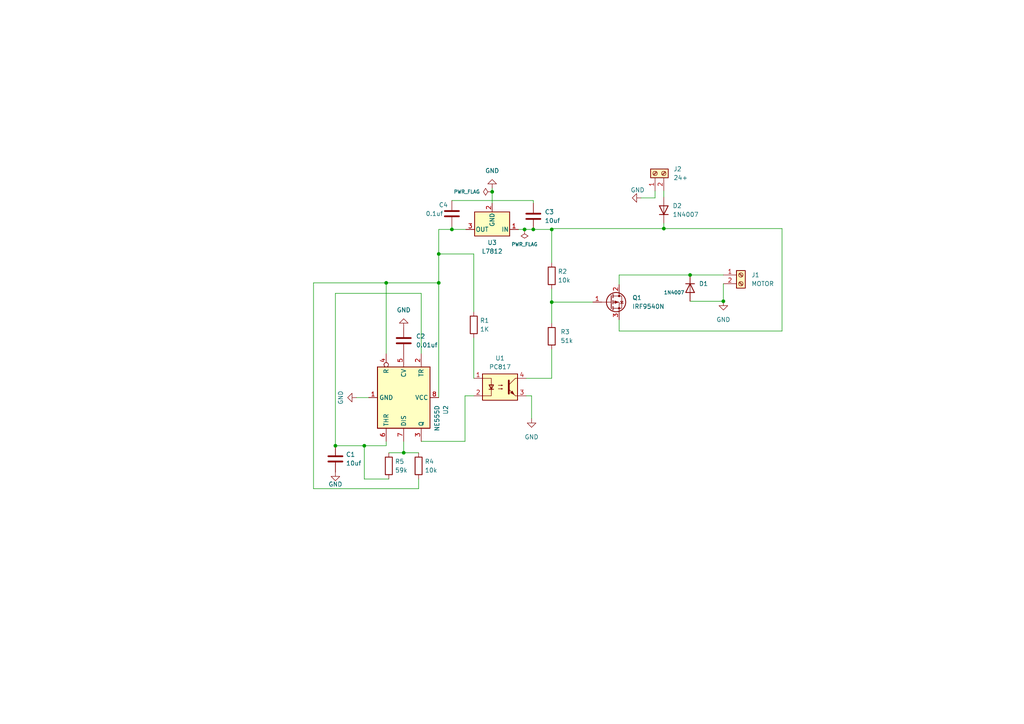
<source format=kicad_sch>
(kicad_sch (version 20230121) (generator eeschema)

  (uuid 505bb3b3-214b-4d6b-aa96-9dd9a1269a3e)

  (paper "A4")

  (lib_symbols
    (symbol "1N4007_1" (pin_numbers hide) (pin_names hide) (in_bom yes) (on_board yes)
      (property "Reference" "D" (at 0 2.54 0)
        (effects (font (size 1.27 1.27)))
      )
      (property "Value" "1N4007" (at 0 -2.54 0)
        (effects (font (size 1.27 1.27)))
      )
      (property "Footprint" "Diode_THT:D_DO-41_SOD81_P10.16mm_Horizontal" (at 0 -4.445 0)
        (effects (font (size 1.27 1.27)) hide)
      )
      (property "Datasheet" "http://www.vishay.com/docs/88503/1n4001.pdf" (at 0 0 0)
        (effects (font (size 1.27 1.27)) hide)
      )
      (property "Sim.Device" "D" (at 0 0 0)
        (effects (font (size 1.27 1.27)) hide)
      )
      (property "Sim.Pins" "1=K 2=A" (at 0 0 0)
        (effects (font (size 1.27 1.27)) hide)
      )
      (property "ki_keywords" "diode" (at 0 0 0)
        (effects (font (size 1.27 1.27)) hide)
      )
      (property "ki_description" "1000V 1A General Purpose Rectifier Diode, DO-41" (at 0 0 0)
        (effects (font (size 1.27 1.27)) hide)
      )
      (property "ki_fp_filters" "D*DO?41*" (at 0 0 0)
        (effects (font (size 1.27 1.27)) hide)
      )
      (symbol "1N4007_1_0_1"
        (polyline
          (pts
            (xy -1.27 1.27)
            (xy -1.27 -1.27)
          )
          (stroke (width 0.254) (type default))
          (fill (type none))
        )
        (polyline
          (pts
            (xy 1.27 0)
            (xy -1.27 0)
          )
          (stroke (width 0) (type default))
          (fill (type none))
        )
        (polyline
          (pts
            (xy 1.27 1.27)
            (xy 1.27 -1.27)
            (xy -1.27 0)
            (xy 1.27 1.27)
          )
          (stroke (width 0.254) (type default))
          (fill (type none))
        )
      )
      (symbol "1N4007_1_1_1"
        (pin passive line (at -3.81 0 0) (length 2.54)
          (name "K" (effects (font (size 1.27 1.27))))
          (number "1" (effects (font (size 1.27 1.27))))
        )
        (pin passive line (at 3.81 0 180) (length 2.54)
          (name "A" (effects (font (size 1.27 1.27))))
          (number "2" (effects (font (size 1.27 1.27))))
        )
      )
    )
    (symbol "C_1" (pin_numbers hide) (pin_names (offset 0.254)) (in_bom yes) (on_board yes)
      (property "Reference" "C4" (at -3.81 2.54 0)
        (effects (font (size 1.27 1.27)) (justify left))
      )
      (property "Value" "0.1uf" (at -7.62 0 0)
        (effects (font (size 1.27 1.27)) (justify left))
      )
      (property "Footprint" "" (at 0.9652 -3.81 0)
        (effects (font (size 1.27 1.27)) hide)
      )
      (property "Datasheet" "~" (at 0 0 0)
        (effects (font (size 1.27 1.27)) hide)
      )
      (property "ki_keywords" "cap capacitor" (at 0 0 0)
        (effects (font (size 1.27 1.27)) hide)
      )
      (property "ki_description" "Unpolarized capacitor" (at 0 0 0)
        (effects (font (size 1.27 1.27)) hide)
      )
      (property "ki_fp_filters" "C_*" (at 0 0 0)
        (effects (font (size 1.27 1.27)) hide)
      )
      (symbol "C_1_0_1"
        (polyline
          (pts
            (xy -2.032 -0.762)
            (xy 2.032 -0.762)
          )
          (stroke (width 0.508) (type default))
          (fill (type none))
        )
        (polyline
          (pts
            (xy -2.032 0.762)
            (xy 2.032 0.762)
          )
          (stroke (width 0.508) (type default))
          (fill (type none))
        )
      )
      (symbol "C_1_1_1"
        (pin passive line (at 0 3.81 270) (length 2.794)
          (name "~" (effects (font (size 1.27 1.27))))
          (number "1" (effects (font (size 1.27 1.27))))
        )
        (pin passive line (at 0 -3.81 90) (length 2.794)
          (name "~" (effects (font (size 1.27 1.27))))
          (number "2" (effects (font (size 1.27 1.27))))
        )
      )
    )
    (symbol "Connector:Screw_Terminal_01x02" (pin_names (offset 1.016) hide) (in_bom yes) (on_board yes)
      (property "Reference" "J" (at 0 2.54 0)
        (effects (font (size 1.27 1.27)))
      )
      (property "Value" "Screw_Terminal_01x02" (at 0 -5.08 0)
        (effects (font (size 1.27 1.27)))
      )
      (property "Footprint" "" (at 0 0 0)
        (effects (font (size 1.27 1.27)) hide)
      )
      (property "Datasheet" "~" (at 0 0 0)
        (effects (font (size 1.27 1.27)) hide)
      )
      (property "ki_keywords" "screw terminal" (at 0 0 0)
        (effects (font (size 1.27 1.27)) hide)
      )
      (property "ki_description" "Generic screw terminal, single row, 01x02, script generated (kicad-library-utils/schlib/autogen/connector/)" (at 0 0 0)
        (effects (font (size 1.27 1.27)) hide)
      )
      (property "ki_fp_filters" "TerminalBlock*:*" (at 0 0 0)
        (effects (font (size 1.27 1.27)) hide)
      )
      (symbol "Screw_Terminal_01x02_1_1"
        (rectangle (start -1.27 1.27) (end 1.27 -3.81)
          (stroke (width 0.254) (type default))
          (fill (type background))
        )
        (circle (center 0 -2.54) (radius 0.635)
          (stroke (width 0.1524) (type default))
          (fill (type none))
        )
        (polyline
          (pts
            (xy -0.5334 -2.2098)
            (xy 0.3302 -3.048)
          )
          (stroke (width 0.1524) (type default))
          (fill (type none))
        )
        (polyline
          (pts
            (xy -0.5334 0.3302)
            (xy 0.3302 -0.508)
          )
          (stroke (width 0.1524) (type default))
          (fill (type none))
        )
        (polyline
          (pts
            (xy -0.3556 -2.032)
            (xy 0.508 -2.8702)
          )
          (stroke (width 0.1524) (type default))
          (fill (type none))
        )
        (polyline
          (pts
            (xy -0.3556 0.508)
            (xy 0.508 -0.3302)
          )
          (stroke (width 0.1524) (type default))
          (fill (type none))
        )
        (circle (center 0 0) (radius 0.635)
          (stroke (width 0.1524) (type default))
          (fill (type none))
        )
        (pin passive line (at -5.08 0 0) (length 3.81)
          (name "Pin_1" (effects (font (size 1.27 1.27))))
          (number "1" (effects (font (size 1.27 1.27))))
        )
        (pin passive line (at -5.08 -2.54 0) (length 3.81)
          (name "Pin_2" (effects (font (size 1.27 1.27))))
          (number "2" (effects (font (size 1.27 1.27))))
        )
      )
    )
    (symbol "Device:C" (pin_numbers hide) (pin_names (offset 0.254)) (in_bom yes) (on_board yes)
      (property "Reference" "C" (at 0.635 2.54 0)
        (effects (font (size 1.27 1.27)) (justify left))
      )
      (property "Value" "C" (at 0.635 -2.54 0)
        (effects (font (size 1.27 1.27)) (justify left))
      )
      (property "Footprint" "" (at 0.9652 -3.81 0)
        (effects (font (size 1.27 1.27)) hide)
      )
      (property "Datasheet" "~" (at 0 0 0)
        (effects (font (size 1.27 1.27)) hide)
      )
      (property "ki_keywords" "cap capacitor" (at 0 0 0)
        (effects (font (size 1.27 1.27)) hide)
      )
      (property "ki_description" "Unpolarized capacitor" (at 0 0 0)
        (effects (font (size 1.27 1.27)) hide)
      )
      (property "ki_fp_filters" "C_*" (at 0 0 0)
        (effects (font (size 1.27 1.27)) hide)
      )
      (symbol "C_0_1"
        (polyline
          (pts
            (xy -2.032 -0.762)
            (xy 2.032 -0.762)
          )
          (stroke (width 0.508) (type default))
          (fill (type none))
        )
        (polyline
          (pts
            (xy -2.032 0.762)
            (xy 2.032 0.762)
          )
          (stroke (width 0.508) (type default))
          (fill (type none))
        )
      )
      (symbol "C_1_1"
        (pin passive line (at 0 3.81 270) (length 2.794)
          (name "~" (effects (font (size 1.27 1.27))))
          (number "1" (effects (font (size 1.27 1.27))))
        )
        (pin passive line (at 0 -3.81 90) (length 2.794)
          (name "~" (effects (font (size 1.27 1.27))))
          (number "2" (effects (font (size 1.27 1.27))))
        )
      )
    )
    (symbol "Device:R" (pin_numbers hide) (pin_names (offset 0)) (in_bom yes) (on_board yes)
      (property "Reference" "R" (at 2.032 0 90)
        (effects (font (size 1.27 1.27)))
      )
      (property "Value" "R" (at 0 0 90)
        (effects (font (size 1.27 1.27)))
      )
      (property "Footprint" "" (at -1.778 0 90)
        (effects (font (size 1.27 1.27)) hide)
      )
      (property "Datasheet" "~" (at 0 0 0)
        (effects (font (size 1.27 1.27)) hide)
      )
      (property "ki_keywords" "R res resistor" (at 0 0 0)
        (effects (font (size 1.27 1.27)) hide)
      )
      (property "ki_description" "Resistor" (at 0 0 0)
        (effects (font (size 1.27 1.27)) hide)
      )
      (property "ki_fp_filters" "R_*" (at 0 0 0)
        (effects (font (size 1.27 1.27)) hide)
      )
      (symbol "R_0_1"
        (rectangle (start -1.016 -2.54) (end 1.016 2.54)
          (stroke (width 0.254) (type default))
          (fill (type none))
        )
      )
      (symbol "R_1_1"
        (pin passive line (at 0 3.81 270) (length 1.27)
          (name "~" (effects (font (size 1.27 1.27))))
          (number "1" (effects (font (size 1.27 1.27))))
        )
        (pin passive line (at 0 -3.81 90) (length 1.27)
          (name "~" (effects (font (size 1.27 1.27))))
          (number "2" (effects (font (size 1.27 1.27))))
        )
      )
    )
    (symbol "Diode:1N4007" (pin_numbers hide) (pin_names hide) (in_bom yes) (on_board yes)
      (property "Reference" "D1" (at -1.27 2.54 90)
        (effects (font (size 1.27 1.27)) (justify left))
      )
      (property "Value" "1N4007" (at 1.27 -7.62 90)
        (effects (font (size 1 1)) (justify left))
      )
      (property "Footprint" "Diode_THT:D_DO-41_SOD81_P10.16mm_Horizontal" (at 0 -4.445 0)
        (effects (font (size 1.27 1.27)) hide)
      )
      (property "Datasheet" "http://www.vishay.com/docs/88503/1n4001.pdf" (at 0 0 0)
        (effects (font (size 1.27 1.27)) hide)
      )
      (property "Sim.Device" "D" (at 0 0 0)
        (effects (font (size 1.27 1.27)) hide)
      )
      (property "Sim.Pins" "1=K 2=A" (at 0 0 0)
        (effects (font (size 1.27 1.27)) hide)
      )
      (property "ki_keywords" "diode" (at 0 0 0)
        (effects (font (size 1.27 1.27)) hide)
      )
      (property "ki_description" "1000V 1A General Purpose Rectifier Diode, DO-41" (at 0 0 0)
        (effects (font (size 1.27 1.27)) hide)
      )
      (property "ki_fp_filters" "D*DO?41*" (at 0 0 0)
        (effects (font (size 1.27 1.27)) hide)
      )
      (symbol "1N4007_0_1"
        (polyline
          (pts
            (xy -1.27 1.27)
            (xy -1.27 -1.27)
          )
          (stroke (width 0.254) (type default))
          (fill (type none))
        )
        (polyline
          (pts
            (xy 1.27 0)
            (xy -1.27 0)
          )
          (stroke (width 0) (type default))
          (fill (type none))
        )
        (polyline
          (pts
            (xy 1.27 1.27)
            (xy 1.27 -1.27)
            (xy -1.27 0)
            (xy 1.27 1.27)
          )
          (stroke (width 0.254) (type default))
          (fill (type none))
        )
      )
      (symbol "1N4007_1_1"
        (pin passive line (at -3.81 0 0) (length 2.54)
          (name "K" (effects (font (size 1.27 1.27))))
          (number "1" (effects (font (size 1.27 1.27))))
        )
        (pin passive line (at 3.81 0 180) (length 2.54)
          (name "A" (effects (font (size 1.27 1.27))))
          (number "2" (effects (font (size 1.27 1.27))))
        )
      )
    )
    (symbol "Isolator:PC817" (pin_names (offset 1.016)) (in_bom yes) (on_board yes)
      (property "Reference" "U" (at -5.08 5.08 0)
        (effects (font (size 1.27 1.27)) (justify left))
      )
      (property "Value" "PC817" (at 0 5.08 0)
        (effects (font (size 1.27 1.27)) (justify left))
      )
      (property "Footprint" "Package_DIP:DIP-4_W7.62mm" (at -5.08 -5.08 0)
        (effects (font (size 1.27 1.27) italic) (justify left) hide)
      )
      (property "Datasheet" "http://www.soselectronic.cz/a_info/resource/d/pc817.pdf" (at 0 0 0)
        (effects (font (size 1.27 1.27)) (justify left) hide)
      )
      (property "ki_keywords" "NPN DC Optocoupler" (at 0 0 0)
        (effects (font (size 1.27 1.27)) hide)
      )
      (property "ki_description" "DC Optocoupler, Vce 35V, CTR 50-300%, DIP-4" (at 0 0 0)
        (effects (font (size 1.27 1.27)) hide)
      )
      (property "ki_fp_filters" "DIP*W7.62mm*" (at 0 0 0)
        (effects (font (size 1.27 1.27)) hide)
      )
      (symbol "PC817_0_1"
        (rectangle (start -5.08 3.81) (end 5.08 -3.81)
          (stroke (width 0.254) (type default))
          (fill (type background))
        )
        (polyline
          (pts
            (xy -3.175 -0.635)
            (xy -1.905 -0.635)
          )
          (stroke (width 0.254) (type default))
          (fill (type none))
        )
        (polyline
          (pts
            (xy 2.54 0.635)
            (xy 4.445 2.54)
          )
          (stroke (width 0) (type default))
          (fill (type none))
        )
        (polyline
          (pts
            (xy 4.445 -2.54)
            (xy 2.54 -0.635)
          )
          (stroke (width 0) (type default))
          (fill (type outline))
        )
        (polyline
          (pts
            (xy 4.445 -2.54)
            (xy 5.08 -2.54)
          )
          (stroke (width 0) (type default))
          (fill (type none))
        )
        (polyline
          (pts
            (xy 4.445 2.54)
            (xy 5.08 2.54)
          )
          (stroke (width 0) (type default))
          (fill (type none))
        )
        (polyline
          (pts
            (xy -5.08 2.54)
            (xy -2.54 2.54)
            (xy -2.54 -0.635)
          )
          (stroke (width 0) (type default))
          (fill (type none))
        )
        (polyline
          (pts
            (xy -2.54 -0.635)
            (xy -2.54 -2.54)
            (xy -5.08 -2.54)
          )
          (stroke (width 0) (type default))
          (fill (type none))
        )
        (polyline
          (pts
            (xy 2.54 1.905)
            (xy 2.54 -1.905)
            (xy 2.54 -1.905)
          )
          (stroke (width 0.508) (type default))
          (fill (type none))
        )
        (polyline
          (pts
            (xy -2.54 -0.635)
            (xy -3.175 0.635)
            (xy -1.905 0.635)
            (xy -2.54 -0.635)
          )
          (stroke (width 0.254) (type default))
          (fill (type none))
        )
        (polyline
          (pts
            (xy -0.508 -0.508)
            (xy 0.762 -0.508)
            (xy 0.381 -0.635)
            (xy 0.381 -0.381)
            (xy 0.762 -0.508)
          )
          (stroke (width 0) (type default))
          (fill (type none))
        )
        (polyline
          (pts
            (xy -0.508 0.508)
            (xy 0.762 0.508)
            (xy 0.381 0.381)
            (xy 0.381 0.635)
            (xy 0.762 0.508)
          )
          (stroke (width 0) (type default))
          (fill (type none))
        )
        (polyline
          (pts
            (xy 3.048 -1.651)
            (xy 3.556 -1.143)
            (xy 4.064 -2.159)
            (xy 3.048 -1.651)
            (xy 3.048 -1.651)
          )
          (stroke (width 0) (type default))
          (fill (type outline))
        )
      )
      (symbol "PC817_1_1"
        (pin passive line (at -7.62 2.54 0) (length 2.54)
          (name "~" (effects (font (size 1.27 1.27))))
          (number "1" (effects (font (size 1.27 1.27))))
        )
        (pin passive line (at -7.62 -2.54 0) (length 2.54)
          (name "~" (effects (font (size 1.27 1.27))))
          (number "2" (effects (font (size 1.27 1.27))))
        )
        (pin passive line (at 7.62 -2.54 180) (length 2.54)
          (name "~" (effects (font (size 1.27 1.27))))
          (number "3" (effects (font (size 1.27 1.27))))
        )
        (pin passive line (at 7.62 2.54 180) (length 2.54)
          (name "~" (effects (font (size 1.27 1.27))))
          (number "4" (effects (font (size 1.27 1.27))))
        )
      )
    )
    (symbol "PWR_FLAG_1" (power) (pin_numbers hide) (pin_names (offset 0) hide) (in_bom yes) (on_board yes)
      (property "Reference" "#FLG01" (at 0 1.905 0)
        (effects (font (size 1.27 1.27)) hide)
      )
      (property "Value" "PWR_FLAG_1" (at 0 3.556 90)
        (effects (font (size 1 1)) (justify left))
      )
      (property "Footprint" "" (at 0 0 0)
        (effects (font (size 1.27 1.27)) hide)
      )
      (property "Datasheet" "~" (at 0 0 0)
        (effects (font (size 1.27 1.27)) hide)
      )
      (property "ki_keywords" "flag power" (at 0 0 0)
        (effects (font (size 1.27 1.27)) hide)
      )
      (property "ki_description" "Special symbol for telling ERC where power comes from" (at 0 0 0)
        (effects (font (size 1.27 1.27)) hide)
      )
      (symbol "PWR_FLAG_1_0_0"
        (pin power_out line (at 0 0 90) (length 0)
          (name "pwr" (effects (font (size 1.27 1.27))))
          (number "1" (effects (font (size 1.27 1.27))))
        )
      )
      (symbol "PWR_FLAG_1_0_1"
        (polyline
          (pts
            (xy 0 0)
            (xy 0 1.27)
            (xy -1.016 1.905)
            (xy 0 2.54)
            (xy 1.016 1.905)
            (xy 0 1.27)
          )
          (stroke (width 0) (type default))
          (fill (type none))
        )
      )
    )
    (symbol "Regulator_Linear:L7812" (pin_names (offset 0.254)) (in_bom yes) (on_board yes)
      (property "Reference" "U" (at -3.81 3.175 0)
        (effects (font (size 1.27 1.27)))
      )
      (property "Value" "L7812" (at 0 3.175 0)
        (effects (font (size 1.27 1.27)) (justify left))
      )
      (property "Footprint" "" (at 0.635 -3.81 0)
        (effects (font (size 1.27 1.27) italic) (justify left) hide)
      )
      (property "Datasheet" "http://www.st.com/content/ccc/resource/technical/document/datasheet/41/4f/b3/b0/12/d4/47/88/CD00000444.pdf/files/CD00000444.pdf/jcr:content/translations/en.CD00000444.pdf" (at 0 -1.27 0)
        (effects (font (size 1.27 1.27)) hide)
      )
      (property "ki_keywords" "Voltage Regulator 1.5A Positive" (at 0 0 0)
        (effects (font (size 1.27 1.27)) hide)
      )
      (property "ki_description" "Positive 1.5A 35V Linear Regulator, Fixed Output 12V, TO-220/TO-263/TO-252" (at 0 0 0)
        (effects (font (size 1.27 1.27)) hide)
      )
      (property "ki_fp_filters" "TO?252* TO?263* TO?220*" (at 0 0 0)
        (effects (font (size 1.27 1.27)) hide)
      )
      (symbol "L7812_0_1"
        (rectangle (start -5.08 1.905) (end 5.08 -5.08)
          (stroke (width 0.254) (type default))
          (fill (type background))
        )
      )
      (symbol "L7812_1_1"
        (pin power_in line (at -7.62 0 0) (length 2.54)
          (name "IN" (effects (font (size 1.27 1.27))))
          (number "1" (effects (font (size 1.27 1.27))))
        )
        (pin power_in line (at 0 -7.62 90) (length 2.54)
          (name "GND" (effects (font (size 1.27 1.27))))
          (number "2" (effects (font (size 1.27 1.27))))
        )
        (pin power_out line (at 7.62 0 180) (length 2.54)
          (name "OUT" (effects (font (size 1.27 1.27))))
          (number "3" (effects (font (size 1.27 1.27))))
        )
      )
    )
    (symbol "Timer:NE555D" (in_bom yes) (on_board yes)
      (property "Reference" "U" (at -10.16 8.89 0)
        (effects (font (size 1.27 1.27)) (justify left))
      )
      (property "Value" "NE555D" (at 2.54 8.89 0)
        (effects (font (size 1.27 1.27)) (justify left))
      )
      (property "Footprint" "Package_SO:SOIC-8_3.9x4.9mm_P1.27mm" (at 21.59 -10.16 0)
        (effects (font (size 1.27 1.27)) hide)
      )
      (property "Datasheet" "http://www.ti.com/lit/ds/symlink/ne555.pdf" (at 21.59 -10.16 0)
        (effects (font (size 1.27 1.27)) hide)
      )
      (property "ki_keywords" "single timer 555" (at 0 0 0)
        (effects (font (size 1.27 1.27)) hide)
      )
      (property "ki_description" "Precision Timers, 555 compatible, SOIC-8" (at 0 0 0)
        (effects (font (size 1.27 1.27)) hide)
      )
      (property "ki_fp_filters" "SOIC*3.9x4.9mm*P1.27mm*" (at 0 0 0)
        (effects (font (size 1.27 1.27)) hide)
      )
      (symbol "NE555D_0_0"
        (pin power_in line (at 0 -10.16 90) (length 2.54)
          (name "GND" (effects (font (size 1.27 1.27))))
          (number "1" (effects (font (size 1.27 1.27))))
        )
        (pin power_in line (at 0 10.16 270) (length 2.54)
          (name "VCC" (effects (font (size 1.27 1.27))))
          (number "8" (effects (font (size 1.27 1.27))))
        )
      )
      (symbol "NE555D_0_1"
        (rectangle (start -8.89 -7.62) (end 8.89 7.62)
          (stroke (width 0.254) (type default))
          (fill (type background))
        )
        (rectangle (start -8.89 -7.62) (end 8.89 7.62)
          (stroke (width 0.254) (type default))
          (fill (type background))
        )
      )
      (symbol "NE555D_1_1"
        (pin input line (at -12.7 5.08 0) (length 3.81)
          (name "TR" (effects (font (size 1.27 1.27))))
          (number "2" (effects (font (size 1.27 1.27))))
        )
        (pin output line (at 12.7 5.08 180) (length 3.81)
          (name "Q" (effects (font (size 1.27 1.27))))
          (number "3" (effects (font (size 1.27 1.27))))
        )
        (pin input inverted (at -12.7 -5.08 0) (length 3.81)
          (name "R" (effects (font (size 1.27 1.27))))
          (number "4" (effects (font (size 1.27 1.27))))
        )
        (pin input line (at -12.7 0 0) (length 3.81)
          (name "CV" (effects (font (size 1.27 1.27))))
          (number "5" (effects (font (size 1.27 1.27))))
        )
        (pin input line (at 12.7 -5.08 180) (length 3.81)
          (name "THR" (effects (font (size 1.27 1.27))))
          (number "6" (effects (font (size 1.27 1.27))))
        )
        (pin input line (at 12.7 0 180) (length 3.81)
          (name "DIS" (effects (font (size 1.27 1.27))))
          (number "7" (effects (font (size 1.27 1.27))))
        )
      )
    )
    (symbol "Transistor_FET:IRF9540N" (pin_names hide) (in_bom yes) (on_board yes)
      (property "Reference" "Q" (at 5.08 1.905 0)
        (effects (font (size 1.27 1.27)) (justify left))
      )
      (property "Value" "IRF9540N" (at 5.08 0 0)
        (effects (font (size 1.27 1.27)) (justify left))
      )
      (property "Footprint" "Package_TO_SOT_THT:TO-220-3_Vertical" (at 5.08 -1.905 0)
        (effects (font (size 1.27 1.27) italic) (justify left) hide)
      )
      (property "Datasheet" "http://www.irf.com/product-info/datasheets/data/irf9540n.pdf" (at 0 0 0)
        (effects (font (size 1.27 1.27)) (justify left) hide)
      )
      (property "ki_keywords" "P-Channel MOSFET HEXFET" (at 0 0 0)
        (effects (font (size 1.27 1.27)) hide)
      )
      (property "ki_description" "-23A Id, -100V Vds, 117mOhm Rds, P-Channel HEXFET Power MOSFET, TO-220" (at 0 0 0)
        (effects (font (size 1.27 1.27)) hide)
      )
      (property "ki_fp_filters" "TO?220*" (at 0 0 0)
        (effects (font (size 1.27 1.27)) hide)
      )
      (symbol "IRF9540N_0_1"
        (polyline
          (pts
            (xy 0.254 0)
            (xy -2.54 0)
          )
          (stroke (width 0) (type default))
          (fill (type none))
        )
        (polyline
          (pts
            (xy 0.254 1.905)
            (xy 0.254 -1.905)
          )
          (stroke (width 0.254) (type default))
          (fill (type none))
        )
        (polyline
          (pts
            (xy 0.762 -1.27)
            (xy 0.762 -2.286)
          )
          (stroke (width 0.254) (type default))
          (fill (type none))
        )
        (polyline
          (pts
            (xy 0.762 0.508)
            (xy 0.762 -0.508)
          )
          (stroke (width 0.254) (type default))
          (fill (type none))
        )
        (polyline
          (pts
            (xy 0.762 2.286)
            (xy 0.762 1.27)
          )
          (stroke (width 0.254) (type default))
          (fill (type none))
        )
        (polyline
          (pts
            (xy 2.54 2.54)
            (xy 2.54 1.778)
          )
          (stroke (width 0) (type default))
          (fill (type none))
        )
        (polyline
          (pts
            (xy 2.54 -2.54)
            (xy 2.54 0)
            (xy 0.762 0)
          )
          (stroke (width 0) (type default))
          (fill (type none))
        )
        (polyline
          (pts
            (xy 0.762 1.778)
            (xy 3.302 1.778)
            (xy 3.302 -1.778)
            (xy 0.762 -1.778)
          )
          (stroke (width 0) (type default))
          (fill (type none))
        )
        (polyline
          (pts
            (xy 2.286 0)
            (xy 1.27 0.381)
            (xy 1.27 -0.381)
            (xy 2.286 0)
          )
          (stroke (width 0) (type default))
          (fill (type outline))
        )
        (polyline
          (pts
            (xy 2.794 -0.508)
            (xy 2.921 -0.381)
            (xy 3.683 -0.381)
            (xy 3.81 -0.254)
          )
          (stroke (width 0) (type default))
          (fill (type none))
        )
        (polyline
          (pts
            (xy 3.302 -0.381)
            (xy 2.921 0.254)
            (xy 3.683 0.254)
            (xy 3.302 -0.381)
          )
          (stroke (width 0) (type default))
          (fill (type none))
        )
        (circle (center 1.651 0) (radius 2.794)
          (stroke (width 0.254) (type default))
          (fill (type none))
        )
        (circle (center 2.54 -1.778) (radius 0.254)
          (stroke (width 0) (type default))
          (fill (type outline))
        )
        (circle (center 2.54 1.778) (radius 0.254)
          (stroke (width 0) (type default))
          (fill (type outline))
        )
      )
      (symbol "IRF9540N_1_1"
        (pin input line (at -5.08 0 0) (length 2.54)
          (name "G" (effects (font (size 1.27 1.27))))
          (number "1" (effects (font (size 1.27 1.27))))
        )
        (pin passive line (at 2.54 5.08 270) (length 2.54)
          (name "D" (effects (font (size 1.27 1.27))))
          (number "2" (effects (font (size 1.27 1.27))))
        )
        (pin passive line (at 2.54 -5.08 90) (length 2.54)
          (name "S" (effects (font (size 1.27 1.27))))
          (number "3" (effects (font (size 1.27 1.27))))
        )
      )
    )
    (symbol "power:GND" (power) (pin_names (offset 0)) (in_bom yes) (on_board yes)
      (property "Reference" "#PWR" (at 0 -6.35 0)
        (effects (font (size 1.27 1.27)) hide)
      )
      (property "Value" "GND" (at 0 -3.81 0)
        (effects (font (size 1.27 1.27)))
      )
      (property "Footprint" "" (at 0 0 0)
        (effects (font (size 1.27 1.27)) hide)
      )
      (property "Datasheet" "" (at 0 0 0)
        (effects (font (size 1.27 1.27)) hide)
      )
      (property "ki_keywords" "global power" (at 0 0 0)
        (effects (font (size 1.27 1.27)) hide)
      )
      (property "ki_description" "Power symbol creates a global label with name \"GND\" , ground" (at 0 0 0)
        (effects (font (size 1.27 1.27)) hide)
      )
      (symbol "GND_0_1"
        (polyline
          (pts
            (xy 0 0)
            (xy 0 -1.27)
            (xy 1.27 -1.27)
            (xy 0 -2.54)
            (xy -1.27 -1.27)
            (xy 0 -1.27)
          )
          (stroke (width 0) (type default))
          (fill (type none))
        )
      )
      (symbol "GND_1_1"
        (pin power_in line (at 0 0 270) (length 0) hide
          (name "GND" (effects (font (size 1.27 1.27))))
          (number "1" (effects (font (size 1.27 1.27))))
        )
      )
    )
    (symbol "power:PWR_FLAG" (power) (pin_numbers hide) (pin_names (offset 0) hide) (in_bom yes) (on_board yes)
      (property "Reference" "#FLG?" (at 0 1.905 0)
        (effects (font (size 1.27 1.27)) hide)
      )
      (property "Value" "PWR_FLAG" (at 0 4.318 0)
        (effects (font (size 1 1)))
      )
      (property "Footprint" "" (at 0 0 0)
        (effects (font (size 1.27 1.27)) hide)
      )
      (property "Datasheet" "~" (at 0 0 0)
        (effects (font (size 1.27 1.27)) hide)
      )
      (property "ki_keywords" "flag power" (at 0 0 0)
        (effects (font (size 1.27 1.27)) hide)
      )
      (property "ki_description" "Special symbol for telling ERC where power comes from" (at 0 0 0)
        (effects (font (size 1.27 1.27)) hide)
      )
      (symbol "PWR_FLAG_0_0"
        (pin power_out line (at 0 0 90) (length 0)
          (name "pwr" (effects (font (size 1.27 1.27))))
          (number "1" (effects (font (size 1.27 1.27))))
        )
      )
      (symbol "PWR_FLAG_0_1"
        (polyline
          (pts
            (xy 0 0)
            (xy 0 1.27)
            (xy -1.016 1.905)
            (xy 0 2.54)
            (xy 1.016 1.905)
            (xy 0 1.27)
          )
          (stroke (width 0) (type default))
          (fill (type none))
        )
      )
    )
  )

  (junction (at 117.094 131.318) (diameter 0) (color 0 0 0 0)
    (uuid 21b07209-e5dd-48a9-b5c0-b15ed6ecf963)
  )
  (junction (at 127.254 73.66) (diameter 0) (color 0 0 0 0)
    (uuid 2b8b40be-54f6-47dc-9d1a-c140f68f8334)
  )
  (junction (at 97.282 129.286) (diameter 0) (color 0 0 0 0)
    (uuid 33d2cbd4-e604-40e4-b6ab-d8f8a325321b)
  )
  (junction (at 200.152 79.756) (diameter 0) (color 0 0 0 0)
    (uuid 398e1f45-b59f-4b31-abf9-ac3589be6897)
  )
  (junction (at 154.686 66.548) (diameter 0) (color 0 0 0 0)
    (uuid 3d4d1db1-07e0-414d-87b0-285f74c1c667)
  )
  (junction (at 209.804 87.376) (diameter 0) (color 0 0 0 0)
    (uuid 6842112c-01fa-4f98-b86b-ee2e9bcbd258)
  )
  (junction (at 131.064 66.548) (diameter 0) (color 0 0 0 0)
    (uuid 75bcdf23-9625-41ef-9577-e1b0bb6225b0)
  )
  (junction (at 112.014 82.042) (diameter 0) (color 0 0 0 0)
    (uuid 7650d0f8-b7fd-4d0d-8133-f65b6d8a4775)
  )
  (junction (at 142.748 55.626) (diameter 0) (color 0 0 0 0)
    (uuid 80258a29-c18a-4997-bc9a-5c3745f571de)
  )
  (junction (at 152.146 66.548) (diameter 0) (color 0 0 0 0)
    (uuid 8227142f-67ad-469f-9673-b6476ecfe18f)
  )
  (junction (at 127.254 82.042) (diameter 0) (color 0 0 0 0)
    (uuid 83c6ff88-8171-440b-ae95-884a37e0f740)
  )
  (junction (at 105.664 129.286) (diameter 0) (color 0 0 0 0)
    (uuid 959b5e4b-3247-4b1f-b6f4-3cbb4e2e0e81)
  )
  (junction (at 192.532 66.294) (diameter 0) (color 0 0 0 0)
    (uuid a5a5b4e1-4c6e-437f-90d8-091091b06e1b)
  )
  (junction (at 160.02 87.63) (diameter 0) (color 0 0 0 0)
    (uuid d01afb0b-460b-4d00-82c9-c64bcdbcf305)
  )
  (junction (at 160.02 66.548) (diameter 0) (color 0 0 0 0)
    (uuid d2d776d1-20ab-4158-8918-183aedc92c57)
  )

  (wire (pts (xy 122.174 128.016) (xy 134.874 128.016))
    (stroke (width 0) (type default))
    (uuid 185ff80e-60e2-41b7-9beb-7c568b662cc5)
  )
  (wire (pts (xy 152.146 66.548) (xy 154.686 66.548))
    (stroke (width 0) (type default))
    (uuid 1b91856c-8877-456b-bd7a-fc7ec29ca682)
  )
  (wire (pts (xy 160.02 83.82) (xy 160.02 87.63))
    (stroke (width 0) (type default))
    (uuid 2ce64f50-496e-49be-bd27-4560a701a168)
  )
  (wire (pts (xy 154.178 114.808) (xy 154.178 121.412))
    (stroke (width 0) (type default))
    (uuid 2fe40a0a-f624-4760-9bb7-1692fe89dd2e)
  )
  (wire (pts (xy 137.414 98.044) (xy 137.414 109.728))
    (stroke (width 0) (type default))
    (uuid 307db2af-5c80-453e-a394-1d1ef46a42ba)
  )
  (wire (pts (xy 112.014 129.286) (xy 112.014 128.016))
    (stroke (width 0) (type default))
    (uuid 314e9410-79f3-4f79-92bd-fdc9ce3673d1)
  )
  (wire (pts (xy 226.822 66.294) (xy 226.822 96.012))
    (stroke (width 0) (type default))
    (uuid 31cf202b-9582-4165-a2d2-6dc51ce4be92)
  )
  (wire (pts (xy 192.532 55.372) (xy 192.532 57.15))
    (stroke (width 0) (type default))
    (uuid 32ecdce2-9787-4366-833e-ac1cebf8c7ed)
  )
  (wire (pts (xy 189.992 55.372) (xy 189.992 57.404))
    (stroke (width 0) (type default))
    (uuid 3c221378-adda-4010-abb6-a3e6ccc61e70)
  )
  (wire (pts (xy 134.874 114.808) (xy 137.414 114.808))
    (stroke (width 0) (type default))
    (uuid 3ec01ec6-fc21-42cd-95b5-510fc37416c3)
  )
  (wire (pts (xy 105.664 129.286) (xy 105.664 138.938))
    (stroke (width 0) (type default))
    (uuid 45130d21-b732-40fb-bca3-44453b66c7bf)
  )
  (wire (pts (xy 105.664 138.938) (xy 112.776 138.938))
    (stroke (width 0) (type default))
    (uuid 45cc0b35-f757-4f60-95fe-2341271fee52)
  )
  (wire (pts (xy 137.414 73.66) (xy 127.254 73.66))
    (stroke (width 0) (type default))
    (uuid 48b503ca-6db2-4379-a045-434b08bb3086)
  )
  (wire (pts (xy 160.02 66.548) (xy 160.02 76.2))
    (stroke (width 0) (type default))
    (uuid 53248eb8-79e6-4537-978f-c0173e4c1377)
  )
  (wire (pts (xy 122.174 85.09) (xy 122.174 102.616))
    (stroke (width 0) (type default))
    (uuid 53f7d306-d51f-451d-9760-76ae8de345d8)
  )
  (wire (pts (xy 189.992 57.404) (xy 185.928 57.404))
    (stroke (width 0) (type default))
    (uuid 597f5238-7676-409a-a93a-7f5b34b6a51e)
  )
  (wire (pts (xy 127.254 82.042) (xy 127.254 73.66))
    (stroke (width 0) (type default))
    (uuid 5d815ca0-3703-420e-8cd3-a537fc4d3d38)
  )
  (wire (pts (xy 90.932 141.732) (xy 90.932 82.042))
    (stroke (width 0) (type default))
    (uuid 6836a3f1-00ea-4d63-8d42-c17783fbfd49)
  )
  (wire (pts (xy 154.686 58.166) (xy 154.686 58.928))
    (stroke (width 0) (type default))
    (uuid 68993865-4c17-4029-97c8-de583826997b)
  )
  (wire (pts (xy 200.152 87.376) (xy 209.804 87.376))
    (stroke (width 0) (type default))
    (uuid 7534e140-ad9c-4fe4-9439-9d8b798fed77)
  )
  (wire (pts (xy 160.02 101.346) (xy 160.02 109.728))
    (stroke (width 0) (type default))
    (uuid 796a8477-add5-4a4c-b31e-33c601d2a05f)
  )
  (wire (pts (xy 105.664 129.286) (xy 112.014 129.286))
    (stroke (width 0) (type default))
    (uuid 7d82afe4-ab79-4562-825e-69f15770c07c)
  )
  (wire (pts (xy 117.094 128.016) (xy 117.094 131.318))
    (stroke (width 0) (type default))
    (uuid 82113eea-56c0-4c37-b81e-d923f733a2b7)
  )
  (wire (pts (xy 112.014 82.042) (xy 127.254 82.042))
    (stroke (width 0) (type default))
    (uuid 860e7829-2745-4843-8851-1b161f34f6e3)
  )
  (wire (pts (xy 97.282 85.09) (xy 122.174 85.09))
    (stroke (width 0) (type default))
    (uuid 897ef157-f475-43f7-a6d3-215a757f2f8e)
  )
  (wire (pts (xy 160.02 66.294) (xy 160.02 66.548))
    (stroke (width 0) (type default))
    (uuid 8cc02b89-c173-48ea-babb-16ccb3bc8651)
  )
  (wire (pts (xy 121.412 141.732) (xy 90.932 141.732))
    (stroke (width 0) (type default))
    (uuid 927c8719-d354-41a1-bdf7-64856425c0d3)
  )
  (wire (pts (xy 117.094 131.318) (xy 121.412 131.318))
    (stroke (width 0) (type default))
    (uuid 9a91760b-ba2b-490a-98c6-2ce09b667866)
  )
  (wire (pts (xy 209.804 87.376) (xy 209.804 82.296))
    (stroke (width 0) (type default))
    (uuid a31b0b0e-3a7e-4892-850b-0a5892bd42b7)
  )
  (wire (pts (xy 154.686 66.548) (xy 160.02 66.548))
    (stroke (width 0) (type default))
    (uuid a64d2584-f8c7-4295-a05b-359e90894ab8)
  )
  (wire (pts (xy 106.934 115.316) (xy 103.378 115.316))
    (stroke (width 0) (type default))
    (uuid a9c7bed7-79f2-496c-a33e-1697aab80bad)
  )
  (wire (pts (xy 192.532 66.294) (xy 226.822 66.294))
    (stroke (width 0) (type default))
    (uuid adba436f-69d9-45fa-8a4a-07cef77333e0)
  )
  (wire (pts (xy 142.748 54.61) (xy 142.748 55.626))
    (stroke (width 0) (type default))
    (uuid b151dbc5-d92c-44d0-9fe6-3db8a2e2ff71)
  )
  (wire (pts (xy 131.064 58.166) (xy 154.686 58.166))
    (stroke (width 0) (type default))
    (uuid b3dc5ae8-a637-46b9-bbe9-ef8e5d18debb)
  )
  (wire (pts (xy 112.014 82.042) (xy 112.014 102.616))
    (stroke (width 0) (type default))
    (uuid b47a3e9b-12a4-449d-b9d4-a484f54fe909)
  )
  (wire (pts (xy 150.368 66.548) (xy 152.146 66.548))
    (stroke (width 0) (type default))
    (uuid b7c2468d-dd68-40fa-857a-db74b4a4a9ae)
  )
  (wire (pts (xy 97.282 85.09) (xy 97.282 129.286))
    (stroke (width 0) (type default))
    (uuid b8125c53-6244-4320-8a29-d894ee5407b3)
  )
  (wire (pts (xy 179.578 79.756) (xy 200.152 79.756))
    (stroke (width 0) (type default))
    (uuid bbf1e4dc-953c-402f-a7f1-2c186c79a8da)
  )
  (wire (pts (xy 131.064 65.786) (xy 131.064 66.548))
    (stroke (width 0) (type default))
    (uuid bfaae940-7b57-474e-9a72-3a9ba9cf46e9)
  )
  (wire (pts (xy 179.578 92.71) (xy 179.578 96.012))
    (stroke (width 0) (type default))
    (uuid c12b29a4-8425-44dd-b139-6ffa877683d4)
  )
  (wire (pts (xy 152.654 114.808) (xy 154.178 114.808))
    (stroke (width 0) (type default))
    (uuid c4809680-5adf-4570-85ba-b57b2caf0a3d)
  )
  (wire (pts (xy 112.776 131.318) (xy 117.094 131.318))
    (stroke (width 0) (type default))
    (uuid c8477145-d8a1-40cd-80d2-b4eac3fc6498)
  )
  (wire (pts (xy 90.932 82.042) (xy 112.014 82.042))
    (stroke (width 0) (type default))
    (uuid cceee8a2-8924-48dd-ac6e-5f38d48ab73c)
  )
  (wire (pts (xy 137.414 90.424) (xy 137.414 73.66))
    (stroke (width 0) (type default))
    (uuid cda10446-c12b-4313-845c-f2fc2b2af6c6)
  )
  (wire (pts (xy 226.822 96.012) (xy 179.578 96.012))
    (stroke (width 0) (type default))
    (uuid d24eaa75-6005-4ffd-ac06-8045b132e4db)
  )
  (wire (pts (xy 97.282 129.286) (xy 105.664 129.286))
    (stroke (width 0) (type default))
    (uuid d92afa32-de75-40a4-be50-09d5ec385285)
  )
  (wire (pts (xy 160.02 87.63) (xy 160.02 93.726))
    (stroke (width 0) (type default))
    (uuid dbb451d6-2cab-453f-bd9e-7e703cef1b3e)
  )
  (wire (pts (xy 142.748 55.626) (xy 142.748 58.928))
    (stroke (width 0) (type default))
    (uuid dc98c79c-f12b-46b7-a77f-66bc55660f94)
  )
  (wire (pts (xy 131.064 66.548) (xy 135.128 66.548))
    (stroke (width 0) (type default))
    (uuid de5b6189-ab12-4428-b0f9-01f1aaac7ca9)
  )
  (wire (pts (xy 160.02 87.63) (xy 171.958 87.63))
    (stroke (width 0) (type default))
    (uuid e1401086-cdc5-4f5f-86df-ae9888281e22)
  )
  (wire (pts (xy 200.152 79.756) (xy 209.804 79.756))
    (stroke (width 0) (type default))
    (uuid e4689c0e-7b91-47f6-b0a2-643a2fb4d115)
  )
  (wire (pts (xy 192.532 64.77) (xy 192.532 66.294))
    (stroke (width 0) (type default))
    (uuid e9f38678-15f3-4978-b4aa-744bd59949fa)
  )
  (wire (pts (xy 160.02 66.294) (xy 192.532 66.294))
    (stroke (width 0) (type default))
    (uuid ecdb51bf-2446-4605-a27d-f4c289070cf5)
  )
  (wire (pts (xy 179.578 82.55) (xy 179.578 79.756))
    (stroke (width 0) (type default))
    (uuid ece563c1-b580-486e-a76e-c841ed14bc40)
  )
  (wire (pts (xy 127.254 73.66) (xy 127.254 66.548))
    (stroke (width 0) (type default))
    (uuid ecf32c2c-3122-490a-bcb9-4bd41fa4d272)
  )
  (wire (pts (xy 121.412 138.938) (xy 121.412 141.732))
    (stroke (width 0) (type default))
    (uuid ed38e318-fe92-4848-b63b-c24b254c7f9b)
  )
  (wire (pts (xy 134.874 128.016) (xy 134.874 114.808))
    (stroke (width 0) (type default))
    (uuid f2d3f93a-8288-4dca-849b-88bd7c8ea4b8)
  )
  (wire (pts (xy 127.254 66.548) (xy 131.064 66.548))
    (stroke (width 0) (type default))
    (uuid fa13ae32-c31e-4280-979d-57709f84d842)
  )
  (wire (pts (xy 127.254 82.042) (xy 127.254 115.316))
    (stroke (width 0) (type default))
    (uuid fbc21ad5-053b-4fc9-a071-9a0af3e00cea)
  )
  (wire (pts (xy 152.654 109.728) (xy 160.02 109.728))
    (stroke (width 0) (type default))
    (uuid fffd9f82-7831-45ea-99ae-49490913520f)
  )

  (symbol (lib_id "Transistor_FET:IRF9540N") (at 177.038 87.63 0) (unit 1)
    (in_bom yes) (on_board yes) (dnp no) (fields_autoplaced)
    (uuid 060ba5ca-5c35-4582-85dd-c885b65a7756)
    (property "Reference" "Q1" (at 183.388 86.36 0)
      (effects (font (size 1.27 1.27)) (justify left))
    )
    (property "Value" "IRF9540N" (at 183.388 88.9 0)
      (effects (font (size 1.27 1.27)) (justify left))
    )
    (property "Footprint" "Package_TO_SOT_THT:TO-220-3_Vertical" (at 182.118 89.535 0)
      (effects (font (size 1.27 1.27) italic) (justify left) hide)
    )
    (property "Datasheet" "http://www.irf.com/product-info/datasheets/data/irf9540n.pdf" (at 177.038 87.63 0)
      (effects (font (size 1.27 1.27)) (justify left) hide)
    )
    (pin "3" (uuid 29fcc9eb-266f-4bca-a350-9f53e951b6b4))
    (pin "1" (uuid 9b65c741-d824-4830-acc1-c429ef769310))
    (pin "2" (uuid 582e4728-3611-4a75-8ec4-1f3a3113ac62))
    (instances
      (project "NE555 Astable Multivibretor"
        (path "/505bb3b3-214b-4d6b-aa96-9dd9a1269a3e"
          (reference "Q1") (unit 1)
        )
      )
    )
  )

  (symbol (lib_id "Device:R") (at 160.02 97.536 0) (unit 1)
    (in_bom yes) (on_board yes) (dnp no) (fields_autoplaced)
    (uuid 1c629e43-678d-4dac-8be7-fd23841c090b)
    (property "Reference" "R3" (at 162.56 96.266 0)
      (effects (font (size 1.27 1.27)) (justify left))
    )
    (property "Value" "51k" (at 162.56 98.806 0)
      (effects (font (size 1.27 1.27)) (justify left))
    )
    (property "Footprint" "Resistor_THT:R_Axial_DIN0204_L3.6mm_D1.6mm_P5.08mm_Horizontal" (at 158.242 97.536 90)
      (effects (font (size 1.27 1.27)) hide)
    )
    (property "Datasheet" "~" (at 160.02 97.536 0)
      (effects (font (size 1.27 1.27)) hide)
    )
    (pin "1" (uuid 1eabbed1-96bf-4e38-8fe4-bd9f8b4efc1c))
    (pin "2" (uuid d1f8c787-4692-4c2d-8990-c0a1a37b378c))
    (instances
      (project "NE555 Astable Multivibretor"
        (path "/505bb3b3-214b-4d6b-aa96-9dd9a1269a3e"
          (reference "R3") (unit 1)
        )
      )
    )
  )

  (symbol (lib_id "Device:R") (at 121.412 135.128 180) (unit 1)
    (in_bom yes) (on_board yes) (dnp no) (fields_autoplaced)
    (uuid 2113bd5f-668d-4f15-837e-ab98f165c932)
    (property "Reference" "R4" (at 123.19 133.858 0)
      (effects (font (size 1.27 1.27)) (justify right))
    )
    (property "Value" "10k" (at 123.19 136.398 0)
      (effects (font (size 1.27 1.27)) (justify right))
    )
    (property "Footprint" "Resistor_THT:R_Axial_DIN0204_L3.6mm_D1.6mm_P5.08mm_Horizontal" (at 123.19 135.128 90)
      (effects (font (size 1.27 1.27)) hide)
    )
    (property "Datasheet" "~" (at 121.412 135.128 0)
      (effects (font (size 1.27 1.27)) hide)
    )
    (pin "2" (uuid 6513ff40-7279-4832-8ea3-7122c3825d03))
    (pin "1" (uuid 8c4d69c0-63fc-4a8e-ac2d-89379e2af38c))
    (instances
      (project "NE555 Astable Multivibretor"
        (path "/505bb3b3-214b-4d6b-aa96-9dd9a1269a3e"
          (reference "R4") (unit 1)
        )
      )
    )
  )

  (symbol (lib_id "power:GND") (at 142.748 54.61 180) (unit 1)
    (in_bom yes) (on_board yes) (dnp no) (fields_autoplaced)
    (uuid 25f3a46f-9065-4540-a46f-b3a60d6f42c8)
    (property "Reference" "#PWR04" (at 142.748 48.26 0)
      (effects (font (size 1.27 1.27)) hide)
    )
    (property "Value" "GND" (at 142.748 49.53 0)
      (effects (font (size 1.27 1.27)))
    )
    (property "Footprint" "" (at 142.748 54.61 0)
      (effects (font (size 1.27 1.27)) hide)
    )
    (property "Datasheet" "" (at 142.748 54.61 0)
      (effects (font (size 1.27 1.27)) hide)
    )
    (pin "1" (uuid a3c0c8c2-0ad9-4d51-881a-d6e6beafd663))
    (instances
      (project "NE555 Astable Multivibretor"
        (path "/505bb3b3-214b-4d6b-aa96-9dd9a1269a3e"
          (reference "#PWR04") (unit 1)
        )
      )
    )
  )

  (symbol (lib_id "Device:C") (at 97.282 133.096 180) (unit 1)
    (in_bom yes) (on_board yes) (dnp no) (fields_autoplaced)
    (uuid 29ffc62d-3763-4559-935e-4e6264f14340)
    (property "Reference" "C1" (at 100.33 131.826 0)
      (effects (font (size 1.27 1.27)) (justify right))
    )
    (property "Value" "10uf" (at 100.33 134.366 0)
      (effects (font (size 1.27 1.27)) (justify right))
    )
    (property "Footprint" "Capacitor_THT:CP_Radial_D6.3mm_P2.50mm" (at 96.3168 129.286 0)
      (effects (font (size 1.27 1.27)) hide)
    )
    (property "Datasheet" "~" (at 97.282 133.096 0)
      (effects (font (size 1.27 1.27)) hide)
    )
    (pin "2" (uuid 9ada271a-b030-4b4d-b8f6-96c44d25a4d3))
    (pin "1" (uuid c7223715-4d01-4f91-aff9-88764031a25a))
    (instances
      (project "NE555 Astable Multivibretor"
        (path "/505bb3b3-214b-4d6b-aa96-9dd9a1269a3e"
          (reference "C1") (unit 1)
        )
      )
    )
  )

  (symbol (lib_id "Device:R") (at 112.776 135.128 180) (unit 1)
    (in_bom yes) (on_board yes) (dnp no) (fields_autoplaced)
    (uuid 2dbaf41c-883c-4dfb-bbda-6166fe451528)
    (property "Reference" "R5" (at 114.554 133.858 0)
      (effects (font (size 1.27 1.27)) (justify right))
    )
    (property "Value" "59k" (at 114.554 136.398 0)
      (effects (font (size 1.27 1.27)) (justify right))
    )
    (property "Footprint" "Resistor_THT:R_Axial_DIN0204_L3.6mm_D1.6mm_P5.08mm_Horizontal" (at 114.554 135.128 90)
      (effects (font (size 1.27 1.27)) hide)
    )
    (property "Datasheet" "~" (at 112.776 135.128 0)
      (effects (font (size 1.27 1.27)) hide)
    )
    (pin "1" (uuid d57b36a6-26c7-46a4-8113-62f1fcd4896a))
    (pin "2" (uuid 8373a055-d8a4-4773-863e-47218fecf683))
    (instances
      (project "NE555 Astable Multivibretor"
        (path "/505bb3b3-214b-4d6b-aa96-9dd9a1269a3e"
          (reference "R5") (unit 1)
        )
      )
    )
  )

  (symbol (lib_id "power:GND") (at 154.178 121.412 0) (unit 1)
    (in_bom yes) (on_board yes) (dnp no) (fields_autoplaced)
    (uuid 2e78f4f1-2815-427d-acab-cc67c9c7c924)
    (property "Reference" "#PWR05" (at 154.178 127.762 0)
      (effects (font (size 1.27 1.27)) hide)
    )
    (property "Value" "GND" (at 154.178 126.746 0)
      (effects (font (size 1.27 1.27)))
    )
    (property "Footprint" "" (at 154.178 121.412 0)
      (effects (font (size 1.27 1.27)) hide)
    )
    (property "Datasheet" "" (at 154.178 121.412 0)
      (effects (font (size 1.27 1.27)) hide)
    )
    (pin "1" (uuid efb37a09-3f68-4d7c-ade9-1ab6a3617ce4))
    (instances
      (project "NE555 Astable Multivibretor"
        (path "/505bb3b3-214b-4d6b-aa96-9dd9a1269a3e"
          (reference "#PWR05") (unit 1)
        )
      )
    )
  )

  (symbol (lib_id "Device:C") (at 154.686 62.738 0) (unit 1)
    (in_bom yes) (on_board yes) (dnp no) (fields_autoplaced)
    (uuid 33809978-2d1a-48f6-b021-5c3712fb98ee)
    (property "Reference" "C3" (at 157.988 61.468 0)
      (effects (font (size 1.27 1.27)) (justify left))
    )
    (property "Value" "10uf" (at 157.988 64.008 0)
      (effects (font (size 1.27 1.27)) (justify left))
    )
    (property "Footprint" "Capacitor_THT:CP_Radial_D6.3mm_P2.50mm" (at 155.6512 66.548 0)
      (effects (font (size 1.27 1.27)) hide)
    )
    (property "Datasheet" "~" (at 154.686 62.738 0)
      (effects (font (size 1.27 1.27)) hide)
    )
    (pin "1" (uuid 33703ad7-4c4c-4581-b1fb-cc929a2ed6e8))
    (pin "2" (uuid 9713cced-621a-4351-9c39-8e1de33e634b))
    (instances
      (project "NE555 Astable Multivibretor"
        (path "/505bb3b3-214b-4d6b-aa96-9dd9a1269a3e"
          (reference "C3") (unit 1)
        )
      )
    )
  )

  (symbol (lib_id "power:GND") (at 209.804 87.376 0) (unit 1)
    (in_bom yes) (on_board yes) (dnp no) (fields_autoplaced)
    (uuid 4e67a2c8-066f-4801-9ea6-f439bdccd364)
    (property "Reference" "#PWR03" (at 209.804 93.726 0)
      (effects (font (size 1.27 1.27)) hide)
    )
    (property "Value" "GND" (at 209.804 92.71 0)
      (effects (font (size 1.27 1.27)))
    )
    (property "Footprint" "" (at 209.804 87.376 0)
      (effects (font (size 1.27 1.27)) hide)
    )
    (property "Datasheet" "" (at 209.804 87.376 0)
      (effects (font (size 1.27 1.27)) hide)
    )
    (pin "1" (uuid 98a8bca9-0e29-40fd-8ed5-6ac9e2c86d96))
    (instances
      (project "NE555 Astable Multivibretor"
        (path "/505bb3b3-214b-4d6b-aa96-9dd9a1269a3e"
          (reference "#PWR03") (unit 1)
        )
      )
    )
  )

  (symbol (lib_id "Regulator_Linear:L7812") (at 142.748 66.548 180) (unit 1)
    (in_bom yes) (on_board yes) (dnp no) (fields_autoplaced)
    (uuid 52e2fc0f-e6da-4556-8ec3-a13cb8a44cd4)
    (property "Reference" "U3" (at 142.748 70.358 0)
      (effects (font (size 1.27 1.27)))
    )
    (property "Value" "L7812" (at 142.748 72.898 0)
      (effects (font (size 1.27 1.27)))
    )
    (property "Footprint" "7812:TO-220-3" (at 142.113 62.738 0)
      (effects (font (size 1.27 1.27) italic) (justify left) hide)
    )
    (property "Datasheet" "http://www.st.com/content/ccc/resource/technical/document/datasheet/41/4f/b3/b0/12/d4/47/88/CD00000444.pdf/files/CD00000444.pdf/jcr:content/translations/en.CD00000444.pdf" (at 142.748 65.278 0)
      (effects (font (size 1.27 1.27)) hide)
    )
    (pin "1" (uuid 34ced8eb-9d56-4e0a-b491-2be2e11626a3))
    (pin "2" (uuid 5cfb4892-d136-4566-9eb3-65dd2e28ef84))
    (pin "3" (uuid 6b91991e-7fb5-405e-86e1-cb5c5749ae11))
    (instances
      (project "NE555 Astable Multivibretor"
        (path "/505bb3b3-214b-4d6b-aa96-9dd9a1269a3e"
          (reference "U3") (unit 1)
        )
      )
    )
  )

  (symbol (lib_id "Timer:NE555D") (at 117.094 115.316 270) (unit 1)
    (in_bom yes) (on_board yes) (dnp no) (fields_autoplaced)
    (uuid 58ebf807-fc7f-4b1a-9c2e-9a5d4a62850b)
    (property "Reference" "U2" (at 129.286 117.5101 0)
      (effects (font (size 1.27 1.27)) (justify left))
    )
    (property "Value" "NE555D" (at 126.746 117.5101 0)
      (effects (font (size 1.27 1.27)) (justify left))
    )
    (property "Footprint" "NE555N:DIP254P762X533-8" (at 106.934 136.906 0)
      (effects (font (size 1.27 1.27)) hide)
    )
    (property "Datasheet" "http://www.ti.com/lit/ds/symlink/ne555.pdf" (at 106.934 136.906 0)
      (effects (font (size 1.27 1.27)) hide)
    )
    (pin "2" (uuid bc453bf3-b260-470f-9d9e-b0cc2384a3e0))
    (pin "1" (uuid baed1d05-2e0c-40ab-a37a-e7b746ad5bd1))
    (pin "6" (uuid 428f9167-c590-48d1-ba7f-a47698c024c5))
    (pin "3" (uuid aa42b48a-73fd-4cd6-9fe0-390d80f4163b))
    (pin "5" (uuid c5113a86-f5ff-4d4b-90e0-4455616b2b5b))
    (pin "8" (uuid fbe6b869-ea1a-4758-9402-3a41e04feec1))
    (pin "7" (uuid bfb49a0b-d59f-4187-bd2a-d94f6720e49a))
    (pin "4" (uuid 27d9a4a7-09e6-45d5-95ec-9b289c23e1f2))
    (instances
      (project "NE555 Astable Multivibretor"
        (path "/505bb3b3-214b-4d6b-aa96-9dd9a1269a3e"
          (reference "U2") (unit 1)
        )
      )
    )
  )

  (symbol (lib_id "power:GND") (at 97.282 136.906 0) (unit 1)
    (in_bom yes) (on_board yes) (dnp no)
    (uuid 5e0690f1-1e32-4193-bcdb-e2d584e8d3a5)
    (property "Reference" "#PWR06" (at 97.282 143.256 0)
      (effects (font (size 1.27 1.27)) hide)
    )
    (property "Value" "GND" (at 97.282 140.462 0)
      (effects (font (size 1.27 1.27)))
    )
    (property "Footprint" "" (at 97.282 136.906 0)
      (effects (font (size 1.27 1.27)) hide)
    )
    (property "Datasheet" "" (at 97.282 136.906 0)
      (effects (font (size 1.27 1.27)) hide)
    )
    (pin "1" (uuid 7354a277-fc98-4132-ba64-c510cbdc8822))
    (instances
      (project "NE555 Astable Multivibretor"
        (path "/505bb3b3-214b-4d6b-aa96-9dd9a1269a3e"
          (reference "#PWR06") (unit 1)
        )
      )
    )
  )

  (symbol (lib_id "power:PWR_FLAG") (at 152.146 66.548 180) (unit 1)
    (in_bom yes) (on_board yes) (dnp no) (fields_autoplaced)
    (uuid 5fb787b0-0894-44a3-9805-1b01c97e67ab)
    (property "Reference" "#FLG0101" (at 152.146 68.453 0)
      (effects (font (size 1.27 1.27)) hide)
    )
    (property "Value" "PWR_FLAG" (at 152.146 70.866 0)
      (effects (font (size 1 1)))
    )
    (property "Footprint" "" (at 152.146 66.548 0)
      (effects (font (size 1.27 1.27)) hide)
    )
    (property "Datasheet" "~" (at 152.146 66.548 0)
      (effects (font (size 1.27 1.27)) hide)
    )
    (pin "1" (uuid 6dabd55d-141a-440c-b5dd-926bea3ef51e))
    (instances
      (project "NE555 Astable Multivibretor"
        (path "/505bb3b3-214b-4d6b-aa96-9dd9a1269a3e"
          (reference "#FLG0101") (unit 1)
        )
      )
    )
  )

  (symbol (lib_id "power:GND") (at 117.094 94.996 180) (unit 1)
    (in_bom yes) (on_board yes) (dnp no) (fields_autoplaced)
    (uuid 71bf94df-20dc-4f0a-99f3-c604c8d1a428)
    (property "Reference" "#PWR07" (at 117.094 88.646 0)
      (effects (font (size 1.27 1.27)) hide)
    )
    (property "Value" "GND" (at 117.094 89.916 0)
      (effects (font (size 1.27 1.27)))
    )
    (property "Footprint" "" (at 117.094 94.996 0)
      (effects (font (size 1.27 1.27)) hide)
    )
    (property "Datasheet" "" (at 117.094 94.996 0)
      (effects (font (size 1.27 1.27)) hide)
    )
    (pin "1" (uuid f6b302f0-2115-40dd-920c-669107580c20))
    (instances
      (project "NE555 Astable Multivibretor"
        (path "/505bb3b3-214b-4d6b-aa96-9dd9a1269a3e"
          (reference "#PWR07") (unit 1)
        )
      )
    )
  )

  (symbol (lib_name "1N4007_1") (lib_id "Diode:1N4007") (at 192.532 60.96 90) (unit 1)
    (in_bom yes) (on_board yes) (dnp no) (fields_autoplaced)
    (uuid 86c713e8-fec3-4efc-b7b5-d4fdfdb2b278)
    (property "Reference" "D2" (at 195.072 59.69 90)
      (effects (font (size 1.27 1.27)) (justify right))
    )
    (property "Value" "1N4007" (at 195.072 62.23 90)
      (effects (font (size 1.27 1.27)) (justify right))
    )
    (property "Footprint" "Diode_THT:D_DO-41_SOD81_P10.16mm_Horizontal" (at 196.977 60.96 0)
      (effects (font (size 1.27 1.27)) hide)
    )
    (property "Datasheet" "http://www.vishay.com/docs/88503/1n4001.pdf" (at 192.532 60.96 0)
      (effects (font (size 1.27 1.27)) hide)
    )
    (property "Sim.Device" "D" (at 192.532 60.96 0)
      (effects (font (size 1.27 1.27)) hide)
    )
    (property "Sim.Pins" "1=K 2=A" (at 192.532 60.96 0)
      (effects (font (size 1.27 1.27)) hide)
    )
    (pin "1" (uuid 96fd2c01-a73d-4f3a-95c4-892ea4268fe0))
    (pin "2" (uuid 4bcc7bce-f9c1-4a01-b287-d5dab115662f))
    (instances
      (project "NE555 Astable Multivibretor"
        (path "/505bb3b3-214b-4d6b-aa96-9dd9a1269a3e"
          (reference "D2") (unit 1)
        )
      )
    )
  )

  (symbol (lib_id "Connector:Screw_Terminal_01x02") (at 189.992 50.292 90) (unit 1)
    (in_bom yes) (on_board yes) (dnp no) (fields_autoplaced)
    (uuid 8df2fedb-5986-41c3-be7a-5967235183e2)
    (property "Reference" "J2" (at 195.326 49.022 90)
      (effects (font (size 1.27 1.27)) (justify right))
    )
    (property "Value" "24+ " (at 195.326 51.562 90)
      (effects (font (size 1.27 1.27)) (justify right))
    )
    (property "Footprint" "TerminalBlock_4Ucon:TerminalBlock_4Ucon_1x02_P3.50mm_Horizontal" (at 189.992 50.292 0)
      (effects (font (size 1.27 1.27)) hide)
    )
    (property "Datasheet" "~" (at 189.992 50.292 0)
      (effects (font (size 1.27 1.27)) hide)
    )
    (pin "1" (uuid 506dff11-be83-490f-aa24-a299a8b973b5))
    (pin "2" (uuid 1588dad3-bdd4-413f-b13d-6b24c8cd66f9))
    (instances
      (project "NE555 Astable Multivibretor"
        (path "/505bb3b3-214b-4d6b-aa96-9dd9a1269a3e"
          (reference "J2") (unit 1)
        )
      )
    )
  )

  (symbol (lib_id "Device:C") (at 117.094 98.806 0) (unit 1)
    (in_bom yes) (on_board yes) (dnp no) (fields_autoplaced)
    (uuid 91c92200-0b98-49f8-9c80-971d145a8627)
    (property "Reference" "C2" (at 120.65 97.536 0)
      (effects (font (size 1.27 1.27)) (justify left))
    )
    (property "Value" "0.01uf" (at 120.65 100.076 0)
      (effects (font (size 1.27 1.27)) (justify left))
    )
    (property "Footprint" "Capacitor_THT:CP_Radial_D6.3mm_P2.50mm" (at 118.0592 102.616 0)
      (effects (font (size 1.27 1.27)) hide)
    )
    (property "Datasheet" "~" (at 117.094 98.806 0)
      (effects (font (size 1.27 1.27)) hide)
    )
    (pin "2" (uuid 6ee8772d-0587-4285-b8a6-c1261ab754d5))
    (pin "1" (uuid a792f9c9-9354-4c13-a39c-30a7a19b9d2c))
    (instances
      (project "NE555 Astable Multivibretor"
        (path "/505bb3b3-214b-4d6b-aa96-9dd9a1269a3e"
          (reference "C2") (unit 1)
        )
      )
    )
  )

  (symbol (lib_name "PWR_FLAG_1") (lib_id "power:PWR_FLAG") (at 142.748 55.626 90) (unit 1)
    (in_bom yes) (on_board yes) (dnp no) (fields_autoplaced)
    (uuid a90bf8c2-df9f-4dd5-a272-5f643475f9f7)
    (property "Reference" "#FLG01" (at 140.843 55.626 0)
      (effects (font (size 1.27 1.27)) hide)
    )
    (property "Value" "PWR_FLAG" (at 139.192 55.626 90)
      (effects (font (size 1 1)) (justify left))
    )
    (property "Footprint" "" (at 142.748 55.626 0)
      (effects (font (size 1.27 1.27)) hide)
    )
    (property "Datasheet" "~" (at 142.748 55.626 0)
      (effects (font (size 1.27 1.27)) hide)
    )
    (pin "1" (uuid 6dabd55d-141a-440c-b5dd-926bea3ef51e))
    (instances
      (project "NE555 Astable Multivibretor"
        (path "/505bb3b3-214b-4d6b-aa96-9dd9a1269a3e"
          (reference "#FLG01") (unit 1)
        )
      )
    )
  )

  (symbol (lib_id "power:GND") (at 185.928 57.404 270) (unit 1)
    (in_bom yes) (on_board yes) (dnp no)
    (uuid be84b472-eeb1-4603-bdd9-f5944f9eadaf)
    (property "Reference" "#PWR02" (at 179.578 57.404 0)
      (effects (font (size 1.27 1.27)) hide)
    )
    (property "Value" "GND" (at 182.88 55.118 90)
      (effects (font (size 1.27 1.27)) (justify left))
    )
    (property "Footprint" "" (at 185.928 57.404 0)
      (effects (font (size 1.27 1.27)) hide)
    )
    (property "Datasheet" "" (at 185.928 57.404 0)
      (effects (font (size 1.27 1.27)) hide)
    )
    (pin "1" (uuid 4880db91-0698-4dd2-9b4b-d74d902f181b))
    (instances
      (project "NE555 Astable Multivibretor"
        (path "/505bb3b3-214b-4d6b-aa96-9dd9a1269a3e"
          (reference "#PWR02") (unit 1)
        )
      )
    )
  )

  (symbol (lib_id "Connector:Screw_Terminal_01x02") (at 214.884 79.756 0) (unit 1)
    (in_bom yes) (on_board yes) (dnp no) (fields_autoplaced)
    (uuid c7521d83-cfda-4d25-a8a2-77c8da9d81fc)
    (property "Reference" "J1" (at 217.932 79.756 0)
      (effects (font (size 1.27 1.27)) (justify left))
    )
    (property "Value" "MOTOR" (at 217.932 82.296 0)
      (effects (font (size 1.27 1.27)) (justify left))
    )
    (property "Footprint" "TerminalBlock_4Ucon:TerminalBlock_4Ucon_1x02_P3.50mm_Horizontal" (at 214.884 79.756 0)
      (effects (font (size 1.27 1.27)) hide)
    )
    (property "Datasheet" "~" (at 214.884 79.756 0)
      (effects (font (size 1.27 1.27)) hide)
    )
    (pin "1" (uuid ed0c8804-d22f-4246-b711-efc9ecd530d2))
    (pin "2" (uuid 76d252b2-1e49-4441-b514-65481fe0296f))
    (instances
      (project "NE555 Astable Multivibretor"
        (path "/505bb3b3-214b-4d6b-aa96-9dd9a1269a3e"
          (reference "J1") (unit 1)
        )
      )
    )
  )

  (symbol (lib_id "Diode:1N4007") (at 200.152 83.566 270) (unit 1)
    (in_bom yes) (on_board yes) (dnp no) (fields_autoplaced)
    (uuid d170ad0c-bdac-4bcd-b987-74df2017b2b3)
    (property "Reference" "D1" (at 202.692 82.296 90)
      (effects (font (size 1.27 1.27)) (justify left))
    )
    (property "Value" "1N4007" (at 192.532 84.836 90)
      (effects (font (size 1 1)) (justify left))
    )
    (property "Footprint" "Diode_THT:D_DO-41_SOD81_P10.16mm_Horizontal" (at 195.707 83.566 0)
      (effects (font (size 1.27 1.27)) hide)
    )
    (property "Datasheet" "http://www.vishay.com/docs/88503/1n4001.pdf" (at 200.152 83.566 0)
      (effects (font (size 1.27 1.27)) hide)
    )
    (property "Sim.Device" "D" (at 200.152 83.566 0)
      (effects (font (size 1.27 1.27)) hide)
    )
    (property "Sim.Pins" "1=K 2=A" (at 200.152 83.566 0)
      (effects (font (size 1.27 1.27)) hide)
    )
    (pin "2" (uuid bf2cc6de-45d6-4b01-9ea7-75b1fe67df40))
    (pin "1" (uuid 4f9cff34-dfc8-4165-994e-ac2aa5825fac))
    (instances
      (project "NE555 Astable Multivibretor"
        (path "/505bb3b3-214b-4d6b-aa96-9dd9a1269a3e"
          (reference "D1") (unit 1)
        )
      )
    )
  )

  (symbol (lib_id "Device:R") (at 137.414 94.234 0) (unit 1)
    (in_bom yes) (on_board yes) (dnp no) (fields_autoplaced)
    (uuid dedd61ac-02dd-445e-bf6d-d4ebf3a9e795)
    (property "Reference" "R1" (at 139.192 92.964 0)
      (effects (font (size 1.27 1.27)) (justify left))
    )
    (property "Value" "1K" (at 139.192 95.504 0)
      (effects (font (size 1.27 1.27)) (justify left))
    )
    (property "Footprint" "Resistor_THT:R_Axial_DIN0204_L3.6mm_D1.6mm_P5.08mm_Horizontal" (at 135.636 94.234 90)
      (effects (font (size 1.27 1.27)) hide)
    )
    (property "Datasheet" "~" (at 137.414 94.234 0)
      (effects (font (size 1.27 1.27)) hide)
    )
    (pin "2" (uuid d1afd812-40b1-464e-946f-d6f6bac2b5c7))
    (pin "1" (uuid df6443f9-cfb0-414a-ae5a-a30637fd0976))
    (instances
      (project "NE555 Astable Multivibretor"
        (path "/505bb3b3-214b-4d6b-aa96-9dd9a1269a3e"
          (reference "R1") (unit 1)
        )
      )
    )
  )

  (symbol (lib_id "power:GND") (at 103.378 115.316 270) (unit 1)
    (in_bom yes) (on_board yes) (dnp no) (fields_autoplaced)
    (uuid e0885ed8-7c78-43a8-9377-4414b336d0cf)
    (property "Reference" "#PWR01" (at 97.028 115.316 0)
      (effects (font (size 1.27 1.27)) hide)
    )
    (property "Value" "GND" (at 98.806 115.316 0)
      (effects (font (size 1.27 1.27)))
    )
    (property "Footprint" "" (at 103.378 115.316 0)
      (effects (font (size 1.27 1.27)) hide)
    )
    (property "Datasheet" "" (at 103.378 115.316 0)
      (effects (font (size 1.27 1.27)) hide)
    )
    (pin "1" (uuid ac84dfdc-706f-4a96-ab9d-1ae09f8c100b))
    (instances
      (project "NE555 Astable Multivibretor"
        (path "/505bb3b3-214b-4d6b-aa96-9dd9a1269a3e"
          (reference "#PWR01") (unit 1)
        )
      )
    )
  )

  (symbol (lib_id "Isolator:PC817") (at 145.034 112.268 0) (unit 1)
    (in_bom yes) (on_board yes) (dnp no) (fields_autoplaced)
    (uuid e70d399d-257b-428d-b4d1-6a2c0be230f9)
    (property "Reference" "U1" (at 145.034 103.886 0)
      (effects (font (size 1.27 1.27)))
    )
    (property "Value" "PC817" (at 145.034 106.426 0)
      (effects (font (size 1.27 1.27)))
    )
    (property "Footprint" "Package_DIP:DIP-4_W7.62mm" (at 139.954 117.348 0)
      (effects (font (size 1.27 1.27) italic) (justify left) hide)
    )
    (property "Datasheet" "http://www.soselectronic.cz/a_info/resource/d/pc817.pdf" (at 145.034 112.268 0)
      (effects (font (size 1.27 1.27)) (justify left) hide)
    )
    (pin "4" (uuid 15967930-744c-4ae2-a90f-69d2c9cca488))
    (pin "1" (uuid f9dde24d-5db8-411c-acc4-6ee63eb8e645))
    (pin "3" (uuid 9caa1fd0-918a-4f78-986b-34d18bf5b32f))
    (pin "2" (uuid 24c3b57a-ed9d-4c8f-baa0-a86c0c44cc8a))
    (instances
      (project "NE555 Astable Multivibretor"
        (path "/505bb3b3-214b-4d6b-aa96-9dd9a1269a3e"
          (reference "U1") (unit 1)
        )
      )
    )
  )

  (symbol (lib_id "Device:R") (at 160.02 80.01 0) (unit 1)
    (in_bom yes) (on_board yes) (dnp no) (fields_autoplaced)
    (uuid f425704b-c7e9-4751-a0db-de19ea93ae9b)
    (property "Reference" "R2" (at 161.798 78.74 0)
      (effects (font (size 1.27 1.27)) (justify left))
    )
    (property "Value" "10k" (at 161.798 81.28 0)
      (effects (font (size 1.27 1.27)) (justify left))
    )
    (property "Footprint" "Resistor_THT:R_Axial_DIN0204_L3.6mm_D1.6mm_P5.08mm_Horizontal" (at 158.242 80.01 90)
      (effects (font (size 1.27 1.27)) hide)
    )
    (property "Datasheet" "~" (at 160.02 80.01 0)
      (effects (font (size 1.27 1.27)) hide)
    )
    (pin "1" (uuid 50bc9a37-8442-4c08-93fd-a6d50a4d2f51))
    (pin "2" (uuid 2c4e3f11-5f2a-4735-8340-c51ce3a1c1ba))
    (instances
      (project "NE555 Astable Multivibretor"
        (path "/505bb3b3-214b-4d6b-aa96-9dd9a1269a3e"
          (reference "R2") (unit 1)
        )
      )
    )
  )

  (symbol (lib_name "C_1") (lib_id "Device:C") (at 131.064 61.976 0) (unit 1)
    (in_bom yes) (on_board yes) (dnp no)
    (uuid fe83ea0d-1ecb-4b3d-9086-63495fae5ba4)
    (property "Reference" "C4" (at 127.254 59.436 0)
      (effects (font (size 1.27 1.27)) (justify left))
    )
    (property "Value" "0.1uf" (at 123.444 61.976 0)
      (effects (font (size 1.27 1.27)) (justify left))
    )
    (property "Footprint" "Capacitor_THT:CP_Radial_D6.3mm_P2.50mm" (at 132.0292 65.786 0)
      (effects (font (size 1.27 1.27)) hide)
    )
    (property "Datasheet" "~" (at 131.064 61.976 0)
      (effects (font (size 1.27 1.27)) hide)
    )
    (pin "1" (uuid e96370c3-fda2-4450-9024-7edeeaab477f))
    (pin "2" (uuid 3044f1a6-4f69-4e46-a3b3-1679d57b7610))
    (instances
      (project "NE555 Astable Multivibretor"
        (path "/505bb3b3-214b-4d6b-aa96-9dd9a1269a3e"
          (reference "C4") (unit 1)
        )
      )
    )
  )

  (sheet_instances
    (path "/" (page "1"))
  )
)

</source>
